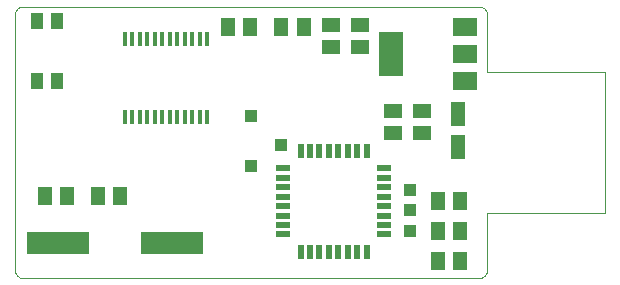
<source format=gbp>
G75*
G70*
%OFA0B0*%
%FSLAX24Y24*%
%IPPOS*%
%LPD*%
%AMOC8*
5,1,8,0,0,1.08239X$1,22.5*
%
%ADD10C,0.0000*%
%ADD11R,0.0220X0.0500*%
%ADD12R,0.0500X0.0220*%
%ADD13R,0.2100X0.0760*%
%ADD14R,0.0512X0.0591*%
%ADD15R,0.0591X0.0512*%
%ADD16R,0.0394X0.0571*%
%ADD17R,0.0120X0.0490*%
%ADD18R,0.0472X0.0787*%
%ADD19R,0.0787X0.0591*%
%ADD20R,0.0787X0.1496*%
%ADD21R,0.0394X0.0394*%
D10*
X000625Y000347D02*
X015816Y000347D01*
X015847Y000349D01*
X015878Y000354D01*
X015908Y000363D01*
X015937Y000375D01*
X015964Y000390D01*
X015989Y000408D01*
X016013Y000428D01*
X016033Y000452D01*
X016051Y000477D01*
X016066Y000504D01*
X016078Y000533D01*
X016087Y000563D01*
X016092Y000594D01*
X016094Y000625D01*
X016095Y000625D02*
X016095Y002512D01*
X020032Y002512D01*
X020032Y007237D01*
X016095Y007237D01*
X016095Y009124D01*
X016094Y009124D02*
X016092Y009155D01*
X016087Y009186D01*
X016078Y009216D01*
X016066Y009245D01*
X016051Y009272D01*
X016033Y009297D01*
X016013Y009321D01*
X015989Y009341D01*
X015964Y009359D01*
X015937Y009374D01*
X015908Y009386D01*
X015878Y009395D01*
X015847Y009400D01*
X015816Y009402D01*
X000625Y009402D01*
X000594Y009400D01*
X000563Y009395D01*
X000533Y009386D01*
X000504Y009374D01*
X000477Y009359D01*
X000452Y009341D01*
X000428Y009321D01*
X000408Y009297D01*
X000390Y009272D01*
X000375Y009245D01*
X000363Y009216D01*
X000354Y009186D01*
X000349Y009155D01*
X000347Y009124D01*
X000347Y000625D01*
X000349Y000594D01*
X000354Y000563D01*
X000363Y000533D01*
X000375Y000504D01*
X000390Y000477D01*
X000408Y000452D01*
X000428Y000428D01*
X000452Y000408D01*
X000477Y000390D01*
X000504Y000375D01*
X000533Y000363D01*
X000563Y000354D01*
X000594Y000349D01*
X000625Y000347D01*
D11*
X009874Y001216D03*
X010189Y001216D03*
X010504Y001216D03*
X010819Y001216D03*
X011134Y001216D03*
X011449Y001216D03*
X011764Y001216D03*
X012079Y001216D03*
X012079Y004596D03*
X011764Y004596D03*
X011449Y004596D03*
X011134Y004596D03*
X010819Y004596D03*
X010504Y004596D03*
X010189Y004596D03*
X009874Y004596D03*
D12*
X009287Y004008D03*
X009287Y003693D03*
X009287Y003378D03*
X009287Y003063D03*
X009287Y002748D03*
X009287Y002433D03*
X009287Y002119D03*
X009287Y001804D03*
X012667Y001804D03*
X012667Y002119D03*
X012667Y002433D03*
X012667Y002748D03*
X012667Y003063D03*
X012667Y003378D03*
X012667Y003693D03*
X012667Y004008D03*
D13*
X005593Y001528D03*
X001793Y001528D03*
D14*
X002099Y003103D03*
X001351Y003103D03*
X003122Y003103D03*
X003870Y003103D03*
X014441Y002906D03*
X015189Y002906D03*
X015189Y001922D03*
X014441Y001922D03*
X014441Y000937D03*
X015189Y000937D03*
X009973Y008713D03*
X009225Y008713D03*
X008201Y008713D03*
X007453Y008713D03*
D15*
X010878Y008792D03*
X011863Y008792D03*
X011863Y008044D03*
X010878Y008044D03*
X012945Y005937D03*
X013930Y005937D03*
X013930Y005189D03*
X012945Y005189D03*
D16*
X001764Y006922D03*
X001095Y006922D03*
X001095Y008930D03*
X001764Y008930D03*
D17*
X004012Y008320D03*
X004262Y008320D03*
X004512Y008320D03*
X004762Y008320D03*
X005012Y008320D03*
X005262Y008320D03*
X005512Y008320D03*
X005762Y008320D03*
X006012Y008320D03*
X006262Y008320D03*
X006512Y008320D03*
X006762Y008320D03*
X006762Y005720D03*
X006512Y005720D03*
X006262Y005720D03*
X006012Y005720D03*
X005762Y005720D03*
X005512Y005720D03*
X005262Y005720D03*
X005012Y005720D03*
X004762Y005720D03*
X004512Y005720D03*
X004262Y005720D03*
X004012Y005720D03*
D18*
X015111Y005819D03*
X015111Y004717D03*
D19*
X015367Y006922D03*
X015367Y007827D03*
X015367Y008733D03*
D20*
X012886Y007827D03*
D21*
X008221Y005760D03*
X009205Y004776D03*
X008221Y004087D03*
X013536Y003300D03*
X013536Y002611D03*
X013536Y001922D03*
M02*

</source>
